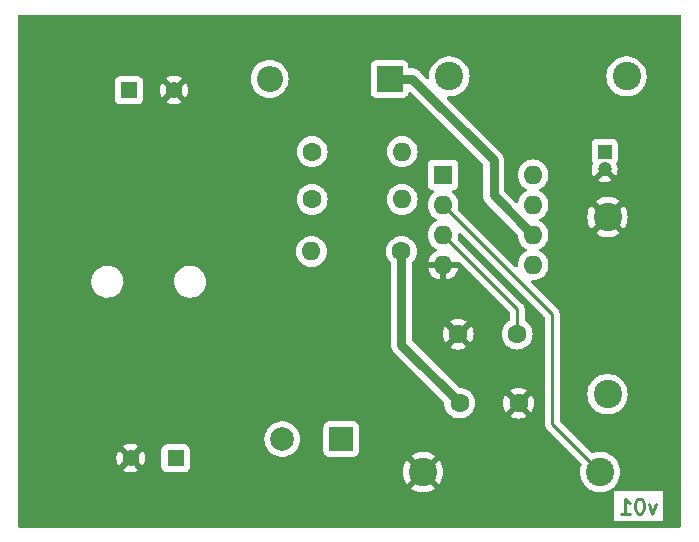
<source format=gbr>
%TF.GenerationSoftware,KiCad,Pcbnew,7.0.6*%
%TF.CreationDate,2023-11-28T22:22:28+05:30*%
%TF.ProjectId,LM386_Board,4c4d3338-365f-4426-9f61-72642e6b6963,v01*%
%TF.SameCoordinates,Original*%
%TF.FileFunction,Copper,L2,Bot*%
%TF.FilePolarity,Positive*%
%FSLAX46Y46*%
G04 Gerber Fmt 4.6, Leading zero omitted, Abs format (unit mm)*
G04 Created by KiCad (PCBNEW 7.0.6) date 2023-11-28 22:22:28*
%MOMM*%
%LPD*%
G01*
G04 APERTURE LIST*
%ADD10C,0.254000*%
%TA.AperFunction,NonConductor*%
%ADD11C,0.254000*%
%TD*%
%TA.AperFunction,ComponentPad*%
%ADD12R,2.200000X2.200000*%
%TD*%
%TA.AperFunction,ComponentPad*%
%ADD13O,2.200000X2.200000*%
%TD*%
%TA.AperFunction,ComponentPad*%
%ADD14R,1.600000X1.600000*%
%TD*%
%TA.AperFunction,ComponentPad*%
%ADD15O,1.600000X1.600000*%
%TD*%
%TA.AperFunction,ComponentPad*%
%ADD16C,1.600000*%
%TD*%
%TA.AperFunction,ComponentPad*%
%ADD17R,1.400000X1.400000*%
%TD*%
%TA.AperFunction,ComponentPad*%
%ADD18C,1.400000*%
%TD*%
%TA.AperFunction,ComponentPad*%
%ADD19C,2.400000*%
%TD*%
%TA.AperFunction,ComponentPad*%
%ADD20R,1.200000X1.200000*%
%TD*%
%TA.AperFunction,ComponentPad*%
%ADD21C,1.200000*%
%TD*%
%TA.AperFunction,ComponentPad*%
%ADD22R,2.000000X2.000000*%
%TD*%
%TA.AperFunction,ComponentPad*%
%ADD23C,2.000000*%
%TD*%
%TA.AperFunction,Conductor*%
%ADD24C,0.762000*%
%TD*%
%TA.AperFunction,Conductor*%
%ADD25C,0.254000*%
%TD*%
G04 APERTURE END LIST*
D10*
D11*
X181515466Y-124460701D02*
X181213085Y-125307368D01*
X181213085Y-125307368D02*
X180910704Y-124460701D01*
X180184990Y-124037368D02*
X180064037Y-124037368D01*
X180064037Y-124037368D02*
X179943085Y-124097844D01*
X179943085Y-124097844D02*
X179882609Y-124158320D01*
X179882609Y-124158320D02*
X179822133Y-124279272D01*
X179822133Y-124279272D02*
X179761656Y-124521177D01*
X179761656Y-124521177D02*
X179761656Y-124823558D01*
X179761656Y-124823558D02*
X179822133Y-125065463D01*
X179822133Y-125065463D02*
X179882609Y-125186415D01*
X179882609Y-125186415D02*
X179943085Y-125246892D01*
X179943085Y-125246892D02*
X180064037Y-125307368D01*
X180064037Y-125307368D02*
X180184990Y-125307368D01*
X180184990Y-125307368D02*
X180305942Y-125246892D01*
X180305942Y-125246892D02*
X180366418Y-125186415D01*
X180366418Y-125186415D02*
X180426895Y-125065463D01*
X180426895Y-125065463D02*
X180487371Y-124823558D01*
X180487371Y-124823558D02*
X180487371Y-124521177D01*
X180487371Y-124521177D02*
X180426895Y-124279272D01*
X180426895Y-124279272D02*
X180366418Y-124158320D01*
X180366418Y-124158320D02*
X180305942Y-124097844D01*
X180305942Y-124097844D02*
X180184990Y-124037368D01*
X178552132Y-125307368D02*
X179277847Y-125307368D01*
X178914990Y-125307368D02*
X178914990Y-124037368D01*
X178914990Y-124037368D02*
X179035942Y-124218796D01*
X179035942Y-124218796D02*
X179156894Y-124339749D01*
X179156894Y-124339749D02*
X179277847Y-124400225D01*
D12*
%TO.P,D1,1,K*%
%TO.N,VCC*%
X158953200Y-88493600D03*
D13*
%TO.P,D1,2,A*%
%TO.N,Net-(D1-A)*%
X148793200Y-88493600D03*
%TD*%
D14*
%TO.P,U1,1,GAIN*%
%TO.N,unconnected-(U1-GAIN-Pad1)*%
X163484400Y-96631600D03*
D15*
%TO.P,U1,2,-*%
%TO.N,Net-(U1--)*%
X163484400Y-99171600D03*
%TO.P,U1,3,+*%
%TO.N,Net-(U1-+)*%
X163484400Y-101711600D03*
%TO.P,U1,4,GND*%
%TO.N,GND*%
X163484400Y-104251600D03*
%TO.P,U1,5*%
%TO.N,Net-(C3-Pad1)*%
X171104400Y-104251600D03*
%TO.P,U1,6,V+*%
%TO.N,VCC*%
X171104400Y-101711600D03*
%TO.P,U1,7,BYPASS*%
%TO.N,Net-(U1-BYPASS)*%
X171104400Y-99171600D03*
%TO.P,U1,8,GAIN*%
%TO.N,unconnected-(U1-GAIN-Pad8)*%
X171104400Y-96631600D03*
%TD*%
D16*
%TO.P,R1,1*%
%TO.N,Net-(J1-PadR)*%
X152400000Y-94654400D03*
D15*
%TO.P,R1,2*%
%TO.N,Net-(C6-Pad1)*%
X160020000Y-94654400D03*
%TD*%
D16*
%TO.P,R3,1*%
%TO.N,Net-(C4-Pad1)*%
X159961000Y-103102400D03*
D15*
%TO.P,R3,2*%
%TO.N,Net-(C3-Pad1)*%
X152341000Y-103102400D03*
%TD*%
D17*
%TO.P,J3,1,Pin_1*%
%TO.N,Net-(J3-Pin_1)*%
X140843000Y-120605000D03*
D18*
%TO.P,J3,2,Pin_2*%
%TO.N,GND*%
X137033000Y-120605000D03*
%TD*%
D19*
%TO.P,C5,1*%
%TO.N,Net-(U1--)*%
X176791000Y-121793000D03*
%TO.P,C5,2*%
%TO.N,GND*%
X161791000Y-121793000D03*
%TD*%
D16*
%TO.P,C4,1*%
%TO.N,Net-(C4-Pad1)*%
X164886000Y-115951000D03*
%TO.P,C4,2*%
%TO.N,GND*%
X169886000Y-115951000D03*
%TD*%
%TO.P,C7,1*%
%TO.N,GND*%
X164759000Y-110109000D03*
%TO.P,C7,2*%
%TO.N,Net-(U1-+)*%
X169759000Y-110109000D03*
%TD*%
D17*
%TO.P,J2,1,Pin_1*%
%TO.N,Net-(D1-A)*%
X136880600Y-89453000D03*
D18*
%TO.P,J2,2,Pin_2*%
%TO.N,GND*%
X140690600Y-89453000D03*
%TD*%
D20*
%TO.P,C2,1*%
%TO.N,Net-(U1-BYPASS)*%
X177165000Y-94654401D03*
D21*
%TO.P,C2,2*%
%TO.N,GND*%
X177165000Y-96154401D03*
%TD*%
D16*
%TO.P,R2,1*%
%TO.N,Net-(J1-PadT)*%
X152400000Y-98704400D03*
D15*
%TO.P,R2,2*%
%TO.N,Net-(C6-Pad1)*%
X160020000Y-98704400D03*
%TD*%
D22*
%TO.P,C3,1*%
%TO.N,Net-(C3-Pad1)*%
X154860000Y-118999000D03*
D23*
%TO.P,C3,2*%
%TO.N,Net-(J3-Pin_1)*%
X149860000Y-118999000D03*
%TD*%
D19*
%TO.P,C6,1*%
%TO.N,Net-(C6-Pad1)*%
X164019200Y-88290400D03*
%TO.P,C6,2*%
%TO.N,Net-(U1-+)*%
X179019200Y-88290400D03*
%TD*%
%TO.P,C1,1*%
%TO.N,GND*%
X177412000Y-100196000D03*
%TO.P,C1,2*%
%TO.N,VCC*%
X177412000Y-115196000D03*
%TD*%
D24*
%TO.N,VCC*%
X167767000Y-98374200D02*
X171104400Y-101711600D01*
X160883600Y-88493600D02*
X167767000Y-95377000D01*
X158953200Y-88493600D02*
X160883600Y-88493600D01*
X167767000Y-95377000D02*
X167767000Y-98374200D01*
%TO.N,Net-(C4-Pad1)*%
X159961000Y-103102400D02*
X159961000Y-111026000D01*
X159961000Y-111026000D02*
X164886000Y-115951000D01*
D25*
%TO.N,Net-(U1--)*%
X163484400Y-99171600D02*
X172720000Y-108407200D01*
X172720000Y-117722000D02*
X176791000Y-121793000D01*
X172720000Y-108407200D02*
X172720000Y-117722000D01*
%TO.N,Net-(U1-+)*%
X163484400Y-101711600D02*
X169759000Y-107986200D01*
X169759000Y-107986200D02*
X169759000Y-110109000D01*
%TD*%
%TA.AperFunction,Conductor*%
%TO.N,GND*%
G36*
X183584539Y-83078185D02*
G01*
X183630294Y-83130989D01*
X183641500Y-83182500D01*
X183641500Y-126367500D01*
X183621815Y-126434539D01*
X183569011Y-126480294D01*
X183517500Y-126491500D01*
X127632500Y-126491500D01*
X127565461Y-126471815D01*
X127519706Y-126419011D01*
X127508500Y-126367500D01*
X127508500Y-121611880D01*
X136379672Y-121611880D01*
X136495821Y-121683797D01*
X136495822Y-121683798D01*
X136703195Y-121764134D01*
X136921807Y-121805000D01*
X137144193Y-121805000D01*
X137362809Y-121764133D01*
X137570168Y-121683801D01*
X137570181Y-121683795D01*
X137686326Y-121611879D01*
X137427317Y-121352870D01*
X139642500Y-121352870D01*
X139642501Y-121352876D01*
X139648908Y-121412483D01*
X139699202Y-121547328D01*
X139699206Y-121547335D01*
X139785452Y-121662544D01*
X139785455Y-121662547D01*
X139900664Y-121748793D01*
X139900671Y-121748797D01*
X140035517Y-121799091D01*
X140035516Y-121799091D01*
X140042444Y-121799835D01*
X140095127Y-121805500D01*
X141590872Y-121805499D01*
X141650483Y-121799091D01*
X141666803Y-121793004D01*
X160086233Y-121793004D01*
X160105273Y-122047079D01*
X160161968Y-122295477D01*
X160161973Y-122295494D01*
X160255058Y-122532671D01*
X160255057Y-122532671D01*
X160382457Y-122753332D01*
X160424452Y-122805993D01*
X160424453Y-122805993D01*
X161228226Y-122002219D01*
X161266901Y-122095588D01*
X161363075Y-122220925D01*
X161488412Y-122317099D01*
X161581779Y-122355772D01*
X160777813Y-123159737D01*
X160938623Y-123269375D01*
X160938624Y-123269376D01*
X161168176Y-123379921D01*
X161168174Y-123379921D01*
X161411652Y-123455024D01*
X161411658Y-123455026D01*
X161663595Y-123492999D01*
X161663604Y-123493000D01*
X161918396Y-123493000D01*
X161918404Y-123492999D01*
X162170341Y-123455026D01*
X162170347Y-123455024D01*
X162413824Y-123379921D01*
X162643381Y-123269373D01*
X162804185Y-123159737D01*
X162000220Y-122355772D01*
X162093588Y-122317099D01*
X162218925Y-122220925D01*
X162315099Y-122095589D01*
X162353772Y-122002220D01*
X163157545Y-122805993D01*
X163199545Y-122753327D01*
X163326941Y-122532671D01*
X163420026Y-122295494D01*
X163420031Y-122295477D01*
X163476726Y-122047079D01*
X163495767Y-121793004D01*
X163495767Y-121792995D01*
X163476726Y-121538920D01*
X163420031Y-121290522D01*
X163420026Y-121290505D01*
X163326941Y-121053328D01*
X163326942Y-121053328D01*
X163199544Y-120832671D01*
X163157546Y-120780006D01*
X162353772Y-121583779D01*
X162315099Y-121490412D01*
X162218925Y-121365075D01*
X162093588Y-121268901D01*
X162000220Y-121230227D01*
X162804185Y-120426261D01*
X162643377Y-120316624D01*
X162643376Y-120316623D01*
X162413823Y-120206078D01*
X162413825Y-120206078D01*
X162170347Y-120130975D01*
X162170341Y-120130973D01*
X161918404Y-120093000D01*
X161663595Y-120093000D01*
X161411658Y-120130973D01*
X161411652Y-120130975D01*
X161168175Y-120206078D01*
X160938624Y-120316623D01*
X160938616Y-120316628D01*
X160777813Y-120426261D01*
X161581779Y-121230227D01*
X161488412Y-121268901D01*
X161363075Y-121365075D01*
X161266901Y-121490411D01*
X161228226Y-121583779D01*
X160424453Y-120780006D01*
X160382455Y-120832670D01*
X160255058Y-121053328D01*
X160161973Y-121290505D01*
X160161968Y-121290522D01*
X160105273Y-121538920D01*
X160086233Y-121792995D01*
X160086233Y-121793004D01*
X141666803Y-121793004D01*
X141785331Y-121748796D01*
X141900546Y-121662546D01*
X141986796Y-121547331D01*
X142037091Y-121412483D01*
X142043500Y-121352873D01*
X142043499Y-119857128D01*
X142037091Y-119797517D01*
X142006540Y-119715606D01*
X141986797Y-119662671D01*
X141986793Y-119662664D01*
X141900547Y-119547455D01*
X141900544Y-119547452D01*
X141785335Y-119461206D01*
X141785328Y-119461202D01*
X141650482Y-119410908D01*
X141650483Y-119410908D01*
X141590883Y-119404501D01*
X141590881Y-119404500D01*
X141590873Y-119404500D01*
X141590864Y-119404500D01*
X140095129Y-119404500D01*
X140095123Y-119404501D01*
X140035516Y-119410908D01*
X139900671Y-119461202D01*
X139900664Y-119461206D01*
X139785455Y-119547452D01*
X139785452Y-119547455D01*
X139699206Y-119662664D01*
X139699202Y-119662671D01*
X139648908Y-119797517D01*
X139642501Y-119857116D01*
X139642501Y-119857123D01*
X139642500Y-119857135D01*
X139642500Y-121352870D01*
X137427317Y-121352870D01*
X137033001Y-120958553D01*
X137033000Y-120958553D01*
X136379672Y-121611879D01*
X136379672Y-121611880D01*
X127508500Y-121611880D01*
X127508500Y-120605000D01*
X135827859Y-120605000D01*
X135848378Y-120826439D01*
X135909240Y-121040350D01*
X136008369Y-121239428D01*
X136024137Y-121260308D01*
X136024138Y-121260308D01*
X136650145Y-120634302D01*
X136679372Y-120634302D01*
X136708047Y-120747538D01*
X136771936Y-120845327D01*
X136864115Y-120917072D01*
X136974595Y-120955000D01*
X137062005Y-120955000D01*
X137148216Y-120940614D01*
X137250947Y-120885019D01*
X137330060Y-120799079D01*
X137376982Y-120692108D01*
X137384200Y-120604999D01*
X137386553Y-120604999D01*
X138041861Y-121260308D01*
X138057631Y-121239425D01*
X138057633Y-121239422D01*
X138156759Y-121040350D01*
X138217621Y-120826439D01*
X138238141Y-120605000D01*
X138238141Y-120604999D01*
X138217621Y-120383560D01*
X138156759Y-120169649D01*
X138057635Y-119970580D01*
X138057630Y-119970572D01*
X138041860Y-119949690D01*
X137386553Y-120604999D01*
X137384200Y-120604999D01*
X137386628Y-120575698D01*
X137357953Y-120462462D01*
X137294064Y-120364673D01*
X137201885Y-120292928D01*
X137091405Y-120255000D01*
X137003995Y-120255000D01*
X136917784Y-120269386D01*
X136815053Y-120324981D01*
X136735940Y-120410921D01*
X136689018Y-120517892D01*
X136679372Y-120634302D01*
X136650145Y-120634302D01*
X136679447Y-120605000D01*
X136024138Y-119949691D01*
X136024137Y-119949691D01*
X136008368Y-119970574D01*
X135909240Y-120169649D01*
X135848378Y-120383560D01*
X135827859Y-120604999D01*
X135827859Y-120605000D01*
X127508500Y-120605000D01*
X127508500Y-119598119D01*
X136379671Y-119598119D01*
X137032998Y-120251447D01*
X137032999Y-120251447D01*
X137686327Y-119598119D01*
X137570178Y-119526202D01*
X137570177Y-119526201D01*
X137362804Y-119445865D01*
X137144193Y-119405000D01*
X136921807Y-119405000D01*
X136703195Y-119445865D01*
X136495824Y-119526200D01*
X136495823Y-119526201D01*
X136379671Y-119598119D01*
X127508500Y-119598119D01*
X127508500Y-118999005D01*
X148354357Y-118999005D01*
X148374890Y-119246812D01*
X148374892Y-119246824D01*
X148435936Y-119487881D01*
X148535826Y-119715606D01*
X148671833Y-119923782D01*
X148671836Y-119923785D01*
X148840256Y-120106738D01*
X149036491Y-120259474D01*
X149255190Y-120377828D01*
X149490386Y-120458571D01*
X149735665Y-120499500D01*
X149984335Y-120499500D01*
X150229614Y-120458571D01*
X150464810Y-120377828D01*
X150683509Y-120259474D01*
X150879744Y-120106738D01*
X150934856Y-120046870D01*
X153359500Y-120046870D01*
X153359501Y-120046876D01*
X153365908Y-120106483D01*
X153416202Y-120241328D01*
X153416206Y-120241335D01*
X153502452Y-120356544D01*
X153502455Y-120356547D01*
X153617664Y-120442793D01*
X153617671Y-120442797D01*
X153752517Y-120493091D01*
X153752516Y-120493091D01*
X153759444Y-120493835D01*
X153812127Y-120499500D01*
X155907872Y-120499499D01*
X155967483Y-120493091D01*
X156102331Y-120442796D01*
X156217546Y-120356546D01*
X156303796Y-120241331D01*
X156354091Y-120106483D01*
X156360500Y-120046873D01*
X156360499Y-117951128D01*
X156354091Y-117891517D01*
X156338475Y-117849649D01*
X156303797Y-117756671D01*
X156303793Y-117756664D01*
X156217547Y-117641455D01*
X156217544Y-117641452D01*
X156102335Y-117555206D01*
X156102328Y-117555202D01*
X155967482Y-117504908D01*
X155967483Y-117504908D01*
X155907883Y-117498501D01*
X155907881Y-117498500D01*
X155907873Y-117498500D01*
X155907864Y-117498500D01*
X153812129Y-117498500D01*
X153812123Y-117498501D01*
X153752516Y-117504908D01*
X153617671Y-117555202D01*
X153617664Y-117555206D01*
X153502455Y-117641452D01*
X153502452Y-117641455D01*
X153416206Y-117756664D01*
X153416202Y-117756671D01*
X153365908Y-117891517D01*
X153361955Y-117928293D01*
X153359501Y-117951123D01*
X153359500Y-117951135D01*
X153359500Y-120046870D01*
X150934856Y-120046870D01*
X151048164Y-119923785D01*
X151184173Y-119715607D01*
X151284063Y-119487881D01*
X151345108Y-119246821D01*
X151365643Y-118999000D01*
X151345108Y-118751179D01*
X151284063Y-118510119D01*
X151184173Y-118282393D01*
X151048166Y-118074217D01*
X150987195Y-118007985D01*
X150879744Y-117891262D01*
X150683509Y-117738526D01*
X150683507Y-117738525D01*
X150683506Y-117738524D01*
X150464811Y-117620172D01*
X150464802Y-117620169D01*
X150229616Y-117539429D01*
X149984335Y-117498500D01*
X149735665Y-117498500D01*
X149490383Y-117539429D01*
X149255197Y-117620169D01*
X149255188Y-117620172D01*
X149036493Y-117738524D01*
X148840257Y-117891261D01*
X148671833Y-118074217D01*
X148535826Y-118282393D01*
X148435936Y-118510118D01*
X148374892Y-118751175D01*
X148374890Y-118751187D01*
X148354357Y-118998994D01*
X148354357Y-118999005D01*
X127508500Y-118999005D01*
X127508500Y-105606135D01*
X133704216Y-105606135D01*
X133714030Y-105837172D01*
X133714030Y-105837178D01*
X133762751Y-106063240D01*
X133848972Y-106277809D01*
X133848974Y-106277813D01*
X133970221Y-106474730D01*
X134123002Y-106648324D01*
X134123005Y-106648327D01*
X134302917Y-106793595D01*
X134302923Y-106793600D01*
X134411542Y-106854278D01*
X134504809Y-106906380D01*
X134722850Y-106983419D01*
X134722856Y-106983420D01*
X134950765Y-107022499D01*
X134950773Y-107022499D01*
X134950775Y-107022500D01*
X134950776Y-107022500D01*
X135124119Y-107022500D01*
X135296813Y-107007802D01*
X135296816Y-107007801D01*
X135296818Y-107007801D01*
X135520607Y-106949530D01*
X135520608Y-106949529D01*
X135520610Y-106949529D01*
X135731319Y-106854283D01*
X135731322Y-106854280D01*
X135731329Y-106854278D01*
X135922923Y-106724783D01*
X136089876Y-106564772D01*
X136227385Y-106378847D01*
X136331495Y-106172357D01*
X136399211Y-105951243D01*
X136428584Y-105721865D01*
X136423668Y-105606135D01*
X140704216Y-105606135D01*
X140714030Y-105837172D01*
X140714030Y-105837178D01*
X140762751Y-106063240D01*
X140848972Y-106277809D01*
X140848974Y-106277813D01*
X140970221Y-106474730D01*
X141123002Y-106648324D01*
X141123005Y-106648327D01*
X141302917Y-106793595D01*
X141302923Y-106793600D01*
X141411542Y-106854278D01*
X141504809Y-106906380D01*
X141722850Y-106983419D01*
X141722856Y-106983420D01*
X141950765Y-107022499D01*
X141950773Y-107022499D01*
X141950775Y-107022500D01*
X141950776Y-107022500D01*
X142124119Y-107022500D01*
X142296813Y-107007802D01*
X142296816Y-107007801D01*
X142296818Y-107007801D01*
X142520607Y-106949530D01*
X142520608Y-106949529D01*
X142520610Y-106949529D01*
X142731319Y-106854283D01*
X142731322Y-106854280D01*
X142731329Y-106854278D01*
X142922923Y-106724783D01*
X143089876Y-106564772D01*
X143227385Y-106378847D01*
X143331495Y-106172357D01*
X143399211Y-105951243D01*
X143428584Y-105721865D01*
X143418769Y-105490822D01*
X143416078Y-105478338D01*
X143370048Y-105264759D01*
X143283827Y-105050190D01*
X143283826Y-105050187D01*
X143162579Y-104853270D01*
X143009798Y-104679676D01*
X143009796Y-104679674D01*
X143009794Y-104679672D01*
X142829882Y-104534404D01*
X142829876Y-104534399D01*
X142627994Y-104421621D01*
X142409953Y-104344582D01*
X142409943Y-104344579D01*
X142182034Y-104305500D01*
X142182025Y-104305500D01*
X142008687Y-104305500D01*
X142008681Y-104305500D01*
X141835986Y-104320197D01*
X141612193Y-104378469D01*
X141612189Y-104378470D01*
X141401480Y-104473716D01*
X141401468Y-104473723D01*
X141209886Y-104603209D01*
X141209877Y-104603217D01*
X141042928Y-104763223D01*
X140905413Y-104949155D01*
X140801305Y-105155641D01*
X140733588Y-105376759D01*
X140704216Y-105606135D01*
X136423668Y-105606135D01*
X136418769Y-105490822D01*
X136416078Y-105478338D01*
X136370048Y-105264759D01*
X136283827Y-105050190D01*
X136283826Y-105050187D01*
X136162579Y-104853270D01*
X136009798Y-104679676D01*
X136009796Y-104679674D01*
X136009794Y-104679672D01*
X135829882Y-104534404D01*
X135829876Y-104534399D01*
X135627994Y-104421621D01*
X135409953Y-104344582D01*
X135409943Y-104344579D01*
X135182034Y-104305500D01*
X135182025Y-104305500D01*
X135008687Y-104305500D01*
X135008681Y-104305500D01*
X134835986Y-104320197D01*
X134612193Y-104378469D01*
X134612189Y-104378470D01*
X134401480Y-104473716D01*
X134401468Y-104473723D01*
X134209886Y-104603209D01*
X134209877Y-104603217D01*
X134042928Y-104763223D01*
X133905413Y-104949155D01*
X133801305Y-105155641D01*
X133733588Y-105376759D01*
X133704216Y-105606135D01*
X127508500Y-105606135D01*
X127508500Y-103102401D01*
X151035532Y-103102401D01*
X151055364Y-103329086D01*
X151055366Y-103329097D01*
X151114258Y-103548888D01*
X151114261Y-103548897D01*
X151210431Y-103755132D01*
X151210432Y-103755134D01*
X151340954Y-103941541D01*
X151501858Y-104102445D01*
X151501861Y-104102447D01*
X151688266Y-104232968D01*
X151894504Y-104329139D01*
X152114308Y-104388035D01*
X152276230Y-104402201D01*
X152340998Y-104407868D01*
X152341000Y-104407868D01*
X152341002Y-104407868D01*
X152397673Y-104402909D01*
X152567692Y-104388035D01*
X152787496Y-104329139D01*
X152993734Y-104232968D01*
X153180139Y-104102447D01*
X153341047Y-103941539D01*
X153471568Y-103755134D01*
X153567739Y-103548896D01*
X153626635Y-103329092D01*
X153646468Y-103102401D01*
X158655532Y-103102401D01*
X158675364Y-103329086D01*
X158675366Y-103329097D01*
X158734258Y-103548888D01*
X158734261Y-103548897D01*
X158830431Y-103755132D01*
X158830432Y-103755134D01*
X158960951Y-103941537D01*
X158960952Y-103941538D01*
X158960953Y-103941539D01*
X159043182Y-104023768D01*
X159076666Y-104085089D01*
X159079500Y-104111448D01*
X159079500Y-110987646D01*
X159079295Y-110992681D01*
X159074626Y-111050008D01*
X159074627Y-111050016D01*
X159085959Y-111133197D01*
X159095033Y-111216613D01*
X159095033Y-111216616D01*
X159095120Y-111216872D01*
X159100471Y-111239705D01*
X159100509Y-111239987D01*
X159100510Y-111239991D01*
X159129463Y-111318799D01*
X159156255Y-111398316D01*
X159156401Y-111398559D01*
X159166532Y-111419700D01*
X159166627Y-111419960D01*
X159166634Y-111419973D01*
X159211829Y-111490682D01*
X159255104Y-111562605D01*
X159255108Y-111562610D01*
X159255294Y-111562806D01*
X159269748Y-111581294D01*
X159269893Y-111581521D01*
X159269900Y-111581530D01*
X159329232Y-111640861D01*
X159386960Y-111701805D01*
X159386963Y-111701807D01*
X159387187Y-111701959D01*
X159405286Y-111716915D01*
X163544379Y-115856008D01*
X163577864Y-115917331D01*
X163579660Y-115945587D01*
X163580532Y-115945587D01*
X163580532Y-115951001D01*
X163600364Y-116177686D01*
X163600366Y-116177697D01*
X163659258Y-116397488D01*
X163659261Y-116397497D01*
X163755431Y-116603732D01*
X163755432Y-116603734D01*
X163885954Y-116790141D01*
X164046858Y-116951045D01*
X164046861Y-116951047D01*
X164233266Y-117081568D01*
X164439504Y-117177739D01*
X164659308Y-117236635D01*
X164821230Y-117250801D01*
X164885998Y-117256468D01*
X164886000Y-117256468D01*
X164886002Y-117256468D01*
X164942673Y-117251509D01*
X165112692Y-117236635D01*
X165332496Y-117177739D01*
X165538734Y-117081568D01*
X165725139Y-116951047D01*
X165886047Y-116790139D01*
X166016568Y-116603734D01*
X166112739Y-116397496D01*
X166171635Y-116177692D01*
X166191468Y-115951002D01*
X168581034Y-115951002D01*
X168600858Y-116177599D01*
X168600860Y-116177610D01*
X168659730Y-116397317D01*
X168659734Y-116397326D01*
X168755865Y-116603481D01*
X168755866Y-116603483D01*
X168806973Y-116676471D01*
X168806974Y-116676472D01*
X169488046Y-115995399D01*
X169500835Y-116076148D01*
X169558359Y-116189045D01*
X169647955Y-116278641D01*
X169760852Y-116336165D01*
X169841599Y-116348953D01*
X169160526Y-117030025D01*
X169160526Y-117030026D01*
X169233512Y-117081131D01*
X169233516Y-117081133D01*
X169439673Y-117177265D01*
X169439682Y-117177269D01*
X169659389Y-117236139D01*
X169659400Y-117236141D01*
X169885998Y-117255966D01*
X169886002Y-117255966D01*
X170112599Y-117236141D01*
X170112610Y-117236139D01*
X170332317Y-117177269D01*
X170332331Y-117177264D01*
X170538478Y-117081136D01*
X170611472Y-117030025D01*
X169930401Y-116348953D01*
X170011148Y-116336165D01*
X170124045Y-116278641D01*
X170213641Y-116189045D01*
X170271165Y-116076148D01*
X170283953Y-115995400D01*
X170965025Y-116676472D01*
X171016136Y-116603478D01*
X171112264Y-116397331D01*
X171112269Y-116397317D01*
X171171139Y-116177610D01*
X171171141Y-116177599D01*
X171190966Y-115951002D01*
X171190966Y-115950997D01*
X171171141Y-115724400D01*
X171171139Y-115724389D01*
X171112269Y-115504682D01*
X171112265Y-115504673D01*
X171016133Y-115298516D01*
X171016131Y-115298512D01*
X170965026Y-115225526D01*
X170965025Y-115225526D01*
X170283953Y-115906598D01*
X170271165Y-115825852D01*
X170213641Y-115712955D01*
X170124045Y-115623359D01*
X170011148Y-115565835D01*
X169930400Y-115553046D01*
X170611472Y-114871974D01*
X170611471Y-114871973D01*
X170538483Y-114820866D01*
X170538481Y-114820865D01*
X170332326Y-114724734D01*
X170332317Y-114724730D01*
X170112610Y-114665860D01*
X170112599Y-114665858D01*
X169886002Y-114646034D01*
X169885998Y-114646034D01*
X169659400Y-114665858D01*
X169659389Y-114665860D01*
X169439682Y-114724730D01*
X169439673Y-114724734D01*
X169233513Y-114820868D01*
X169160527Y-114871972D01*
X169160526Y-114871973D01*
X169841600Y-115553046D01*
X169760852Y-115565835D01*
X169647955Y-115623359D01*
X169558359Y-115712955D01*
X169500835Y-115825852D01*
X169488046Y-115906599D01*
X168806973Y-115225526D01*
X168806972Y-115225527D01*
X168755868Y-115298513D01*
X168659734Y-115504673D01*
X168659730Y-115504682D01*
X168600860Y-115724389D01*
X168600858Y-115724400D01*
X168581034Y-115950997D01*
X168581034Y-115951002D01*
X166191468Y-115951002D01*
X166191468Y-115951000D01*
X166190994Y-115945587D01*
X166171635Y-115724313D01*
X166171635Y-115724308D01*
X166112739Y-115504504D01*
X166016568Y-115298266D01*
X165886047Y-115111861D01*
X165886045Y-115111858D01*
X165725141Y-114950954D01*
X165538734Y-114820432D01*
X165538732Y-114820431D01*
X165332497Y-114724261D01*
X165332488Y-114724258D01*
X165112697Y-114665366D01*
X165112693Y-114665365D01*
X165112692Y-114665365D01*
X165112691Y-114665364D01*
X165112686Y-114665364D01*
X164886002Y-114645532D01*
X164880587Y-114645532D01*
X164880586Y-114643435D01*
X164820993Y-114631458D01*
X164791008Y-114609379D01*
X160878819Y-110697189D01*
X160845334Y-110635866D01*
X160842500Y-110609508D01*
X160842500Y-110109002D01*
X163454034Y-110109002D01*
X163473858Y-110335599D01*
X163473860Y-110335610D01*
X163532730Y-110555317D01*
X163532734Y-110555326D01*
X163628865Y-110761481D01*
X163628866Y-110761483D01*
X163679973Y-110834471D01*
X163679974Y-110834472D01*
X164361046Y-110153399D01*
X164373835Y-110234148D01*
X164431359Y-110347045D01*
X164520955Y-110436641D01*
X164633852Y-110494165D01*
X164714599Y-110506953D01*
X164033526Y-111188025D01*
X164033526Y-111188026D01*
X164106512Y-111239131D01*
X164106516Y-111239133D01*
X164312673Y-111335265D01*
X164312682Y-111335269D01*
X164532389Y-111394139D01*
X164532400Y-111394141D01*
X164758998Y-111413966D01*
X164759002Y-111413966D01*
X164985599Y-111394141D01*
X164985610Y-111394139D01*
X165205317Y-111335269D01*
X165205331Y-111335264D01*
X165411478Y-111239136D01*
X165484472Y-111188025D01*
X164803401Y-110506953D01*
X164884148Y-110494165D01*
X164997045Y-110436641D01*
X165086641Y-110347045D01*
X165144165Y-110234148D01*
X165156953Y-110153400D01*
X165838025Y-110834472D01*
X165889136Y-110761478D01*
X165985264Y-110555331D01*
X165985269Y-110555317D01*
X166044139Y-110335610D01*
X166044141Y-110335599D01*
X166063966Y-110109002D01*
X166063966Y-110108997D01*
X166044141Y-109882400D01*
X166044139Y-109882389D01*
X165985269Y-109662682D01*
X165985265Y-109662673D01*
X165889133Y-109456516D01*
X165889131Y-109456512D01*
X165838026Y-109383526D01*
X165838025Y-109383526D01*
X165156953Y-110064598D01*
X165144165Y-109983852D01*
X165086641Y-109870955D01*
X164997045Y-109781359D01*
X164884148Y-109723835D01*
X164803400Y-109711046D01*
X165484472Y-109029974D01*
X165484471Y-109029973D01*
X165411483Y-108978866D01*
X165411481Y-108978865D01*
X165205326Y-108882734D01*
X165205317Y-108882730D01*
X164985610Y-108823860D01*
X164985599Y-108823858D01*
X164759002Y-108804034D01*
X164758998Y-108804034D01*
X164532400Y-108823858D01*
X164532389Y-108823860D01*
X164312682Y-108882730D01*
X164312673Y-108882734D01*
X164106513Y-108978868D01*
X164033527Y-109029972D01*
X164033526Y-109029973D01*
X164714600Y-109711046D01*
X164633852Y-109723835D01*
X164520955Y-109781359D01*
X164431359Y-109870955D01*
X164373835Y-109983852D01*
X164361046Y-110064599D01*
X163679973Y-109383526D01*
X163679972Y-109383527D01*
X163628868Y-109456513D01*
X163532734Y-109662673D01*
X163532730Y-109662682D01*
X163473860Y-109882389D01*
X163473858Y-109882400D01*
X163454034Y-110108997D01*
X163454034Y-110109002D01*
X160842500Y-110109002D01*
X160842500Y-104111448D01*
X160862185Y-104044409D01*
X160878814Y-104023771D01*
X160961047Y-103941539D01*
X161091568Y-103755134D01*
X161187739Y-103548896D01*
X161246635Y-103329092D01*
X161266468Y-103102400D01*
X161246635Y-102875708D01*
X161187739Y-102655904D01*
X161091568Y-102449666D01*
X160961047Y-102263261D01*
X160961045Y-102263258D01*
X160800141Y-102102354D01*
X160613734Y-101971832D01*
X160613732Y-101971831D01*
X160407497Y-101875661D01*
X160407488Y-101875658D01*
X160187697Y-101816766D01*
X160187693Y-101816765D01*
X160187692Y-101816765D01*
X160187691Y-101816764D01*
X160187686Y-101816764D01*
X159961002Y-101796932D01*
X159960998Y-101796932D01*
X159734313Y-101816764D01*
X159734302Y-101816766D01*
X159514511Y-101875658D01*
X159514502Y-101875661D01*
X159308267Y-101971831D01*
X159308265Y-101971832D01*
X159121858Y-102102354D01*
X158960954Y-102263258D01*
X158830432Y-102449665D01*
X158830431Y-102449667D01*
X158734261Y-102655902D01*
X158734258Y-102655911D01*
X158675366Y-102875702D01*
X158675364Y-102875713D01*
X158655532Y-103102398D01*
X158655532Y-103102401D01*
X153646468Y-103102401D01*
X153646468Y-103102400D01*
X153626635Y-102875708D01*
X153567739Y-102655904D01*
X153471568Y-102449666D01*
X153341047Y-102263261D01*
X153341045Y-102263258D01*
X153180141Y-102102354D01*
X152993734Y-101971832D01*
X152993732Y-101971831D01*
X152787497Y-101875661D01*
X152787488Y-101875658D01*
X152567697Y-101816766D01*
X152567693Y-101816765D01*
X152567692Y-101816765D01*
X152567691Y-101816764D01*
X152567686Y-101816764D01*
X152341002Y-101796932D01*
X152340998Y-101796932D01*
X152114313Y-101816764D01*
X152114302Y-101816766D01*
X151894511Y-101875658D01*
X151894502Y-101875661D01*
X151688267Y-101971831D01*
X151688265Y-101971832D01*
X151501858Y-102102354D01*
X151340954Y-102263258D01*
X151210432Y-102449665D01*
X151210431Y-102449667D01*
X151114261Y-102655902D01*
X151114258Y-102655911D01*
X151055366Y-102875702D01*
X151055364Y-102875713D01*
X151035532Y-103102398D01*
X151035532Y-103102401D01*
X127508500Y-103102401D01*
X127508500Y-98704401D01*
X151094532Y-98704401D01*
X151114364Y-98931086D01*
X151114366Y-98931097D01*
X151173258Y-99150888D01*
X151173261Y-99150897D01*
X151269431Y-99357132D01*
X151269432Y-99357134D01*
X151399954Y-99543541D01*
X151560858Y-99704445D01*
X151560861Y-99704447D01*
X151747266Y-99834968D01*
X151953504Y-99931139D01*
X152173308Y-99990035D01*
X152335230Y-100004201D01*
X152399998Y-100009868D01*
X152400000Y-100009868D01*
X152400002Y-100009868D01*
X152456673Y-100004909D01*
X152626692Y-99990035D01*
X152846496Y-99931139D01*
X153052734Y-99834968D01*
X153239139Y-99704447D01*
X153400047Y-99543539D01*
X153530568Y-99357134D01*
X153626739Y-99150896D01*
X153685635Y-98931092D01*
X153705468Y-98704401D01*
X158714532Y-98704401D01*
X158734364Y-98931086D01*
X158734366Y-98931097D01*
X158793258Y-99150888D01*
X158793261Y-99150897D01*
X158889431Y-99357132D01*
X158889432Y-99357134D01*
X159019954Y-99543541D01*
X159180858Y-99704445D01*
X159180861Y-99704447D01*
X159367266Y-99834968D01*
X159573504Y-99931139D01*
X159793308Y-99990035D01*
X159955230Y-100004201D01*
X160019998Y-100009868D01*
X160020000Y-100009868D01*
X160020002Y-100009868D01*
X160076673Y-100004909D01*
X160246692Y-99990035D01*
X160466496Y-99931139D01*
X160672734Y-99834968D01*
X160859139Y-99704447D01*
X161020047Y-99543539D01*
X161150568Y-99357134D01*
X161246739Y-99150896D01*
X161305635Y-98931092D01*
X161325468Y-98704400D01*
X161305635Y-98477708D01*
X161246739Y-98257904D01*
X161150568Y-98051666D01*
X161027144Y-97875396D01*
X161020045Y-97865258D01*
X160859141Y-97704354D01*
X160672734Y-97573832D01*
X160672732Y-97573831D01*
X160466497Y-97477661D01*
X160466488Y-97477658D01*
X160246697Y-97418766D01*
X160246693Y-97418765D01*
X160246692Y-97418765D01*
X160246691Y-97418764D01*
X160246686Y-97418764D01*
X160020002Y-97398932D01*
X160019998Y-97398932D01*
X159793313Y-97418764D01*
X159793302Y-97418766D01*
X159573511Y-97477658D01*
X159573502Y-97477661D01*
X159367267Y-97573831D01*
X159367265Y-97573832D01*
X159180858Y-97704354D01*
X159019954Y-97865258D01*
X158889432Y-98051665D01*
X158889431Y-98051667D01*
X158793261Y-98257902D01*
X158793258Y-98257911D01*
X158734366Y-98477702D01*
X158734364Y-98477713D01*
X158714532Y-98704398D01*
X158714532Y-98704401D01*
X153705468Y-98704401D01*
X153705468Y-98704400D01*
X153685635Y-98477708D01*
X153626739Y-98257904D01*
X153530568Y-98051666D01*
X153407144Y-97875396D01*
X153400045Y-97865258D01*
X153239141Y-97704354D01*
X153052734Y-97573832D01*
X153052732Y-97573831D01*
X152846497Y-97477661D01*
X152846488Y-97477658D01*
X152626697Y-97418766D01*
X152626693Y-97418765D01*
X152626692Y-97418765D01*
X152626691Y-97418764D01*
X152626686Y-97418764D01*
X152400002Y-97398932D01*
X152399998Y-97398932D01*
X152173313Y-97418764D01*
X152173302Y-97418766D01*
X151953511Y-97477658D01*
X151953502Y-97477661D01*
X151747267Y-97573831D01*
X151747265Y-97573832D01*
X151560858Y-97704354D01*
X151399954Y-97865258D01*
X151269432Y-98051665D01*
X151269431Y-98051667D01*
X151173261Y-98257902D01*
X151173258Y-98257911D01*
X151114366Y-98477702D01*
X151114364Y-98477713D01*
X151094532Y-98704398D01*
X151094532Y-98704401D01*
X127508500Y-98704401D01*
X127508500Y-94654401D01*
X151094532Y-94654401D01*
X151114364Y-94881086D01*
X151114366Y-94881097D01*
X151173258Y-95100888D01*
X151173261Y-95100897D01*
X151269431Y-95307132D01*
X151269432Y-95307134D01*
X151399954Y-95493541D01*
X151560858Y-95654445D01*
X151560861Y-95654447D01*
X151747266Y-95784968D01*
X151953504Y-95881139D01*
X152173308Y-95940035D01*
X152335230Y-95954201D01*
X152399998Y-95959868D01*
X152400000Y-95959868D01*
X152400002Y-95959868D01*
X152456672Y-95954909D01*
X152626692Y-95940035D01*
X152846496Y-95881139D01*
X153052734Y-95784968D01*
X153239139Y-95654447D01*
X153400047Y-95493539D01*
X153530568Y-95307134D01*
X153626739Y-95100896D01*
X153685635Y-94881092D01*
X153705468Y-94654401D01*
X158714532Y-94654401D01*
X158734364Y-94881086D01*
X158734366Y-94881097D01*
X158793258Y-95100888D01*
X158793261Y-95100897D01*
X158889431Y-95307132D01*
X158889432Y-95307134D01*
X159019954Y-95493541D01*
X159180858Y-95654445D01*
X159180861Y-95654447D01*
X159367266Y-95784968D01*
X159573504Y-95881139D01*
X159793308Y-95940035D01*
X159955230Y-95954201D01*
X160019998Y-95959868D01*
X160020000Y-95959868D01*
X160020002Y-95959868D01*
X160076673Y-95954909D01*
X160246692Y-95940035D01*
X160466496Y-95881139D01*
X160672734Y-95784968D01*
X160859139Y-95654447D01*
X161020047Y-95493539D01*
X161150568Y-95307134D01*
X161246739Y-95100896D01*
X161305635Y-94881092D01*
X161325468Y-94654400D01*
X161305635Y-94427708D01*
X161246739Y-94207904D01*
X161150568Y-94001666D01*
X161020047Y-93815261D01*
X161020045Y-93815258D01*
X160859141Y-93654354D01*
X160672734Y-93523832D01*
X160672732Y-93523831D01*
X160466497Y-93427661D01*
X160466488Y-93427658D01*
X160246697Y-93368766D01*
X160246693Y-93368765D01*
X160246692Y-93368765D01*
X160246691Y-93368764D01*
X160246686Y-93368764D01*
X160020002Y-93348932D01*
X160019998Y-93348932D01*
X159793313Y-93368764D01*
X159793302Y-93368766D01*
X159573511Y-93427658D01*
X159573502Y-93427661D01*
X159367267Y-93523831D01*
X159367265Y-93523832D01*
X159180858Y-93654354D01*
X159019954Y-93815258D01*
X158889432Y-94001665D01*
X158889431Y-94001667D01*
X158793261Y-94207902D01*
X158793258Y-94207911D01*
X158734366Y-94427702D01*
X158734364Y-94427713D01*
X158714532Y-94654398D01*
X158714532Y-94654401D01*
X153705468Y-94654401D01*
X153705468Y-94654400D01*
X153685635Y-94427708D01*
X153626739Y-94207904D01*
X153530568Y-94001666D01*
X153400047Y-93815261D01*
X153400045Y-93815258D01*
X153239141Y-93654354D01*
X153052734Y-93523832D01*
X153052732Y-93523831D01*
X152846497Y-93427661D01*
X152846488Y-93427658D01*
X152626697Y-93368766D01*
X152626693Y-93368765D01*
X152626692Y-93368765D01*
X152626691Y-93368764D01*
X152626686Y-93368764D01*
X152400002Y-93348932D01*
X152399998Y-93348932D01*
X152173313Y-93368764D01*
X152173302Y-93368766D01*
X151953511Y-93427658D01*
X151953502Y-93427661D01*
X151747267Y-93523831D01*
X151747265Y-93523832D01*
X151560858Y-93654354D01*
X151399954Y-93815258D01*
X151269432Y-94001665D01*
X151269431Y-94001667D01*
X151173261Y-94207902D01*
X151173258Y-94207911D01*
X151114366Y-94427702D01*
X151114364Y-94427713D01*
X151094532Y-94654398D01*
X151094532Y-94654401D01*
X127508500Y-94654401D01*
X127508500Y-90200870D01*
X135680100Y-90200870D01*
X135680101Y-90200876D01*
X135686508Y-90260483D01*
X135736802Y-90395328D01*
X135736806Y-90395335D01*
X135823052Y-90510544D01*
X135823055Y-90510547D01*
X135938264Y-90596793D01*
X135938271Y-90596797D01*
X136073117Y-90647091D01*
X136073116Y-90647091D01*
X136080044Y-90647835D01*
X136132727Y-90653500D01*
X137628472Y-90653499D01*
X137688083Y-90647091D01*
X137822931Y-90596796D01*
X137938146Y-90510546D01*
X137976075Y-90459880D01*
X140037272Y-90459880D01*
X140153421Y-90531797D01*
X140153422Y-90531798D01*
X140360795Y-90612134D01*
X140579407Y-90653000D01*
X140801793Y-90653000D01*
X141020409Y-90612133D01*
X141227768Y-90531801D01*
X141227781Y-90531795D01*
X141343926Y-90459879D01*
X140690601Y-89806553D01*
X140690600Y-89806553D01*
X140037272Y-90459879D01*
X140037272Y-90459880D01*
X137976075Y-90459880D01*
X138024396Y-90395331D01*
X138074691Y-90260483D01*
X138081100Y-90200873D01*
X138081099Y-89453000D01*
X139485459Y-89453000D01*
X139505978Y-89674439D01*
X139566840Y-89888350D01*
X139665969Y-90087428D01*
X139681737Y-90108308D01*
X139681738Y-90108308D01*
X140307745Y-89482302D01*
X140336972Y-89482302D01*
X140365647Y-89595538D01*
X140429536Y-89693327D01*
X140521715Y-89765072D01*
X140632195Y-89803000D01*
X140719605Y-89803000D01*
X140805816Y-89788614D01*
X140908547Y-89733019D01*
X140987660Y-89647079D01*
X141034582Y-89540108D01*
X141041800Y-89453000D01*
X141044153Y-89453000D01*
X141699461Y-90108308D01*
X141715231Y-90087425D01*
X141715233Y-90087422D01*
X141814359Y-89888350D01*
X141875221Y-89674439D01*
X141895741Y-89453000D01*
X141895741Y-89452999D01*
X141875221Y-89231560D01*
X141814359Y-89017649D01*
X141715235Y-88818580D01*
X141715230Y-88818572D01*
X141699460Y-88797690D01*
X141044153Y-89452999D01*
X141044153Y-89453000D01*
X141041800Y-89453000D01*
X141044228Y-89423698D01*
X141015553Y-89310462D01*
X140951664Y-89212673D01*
X140859485Y-89140928D01*
X140749005Y-89103000D01*
X140661595Y-89103000D01*
X140575384Y-89117386D01*
X140472653Y-89172981D01*
X140393540Y-89258921D01*
X140346618Y-89365892D01*
X140336972Y-89482302D01*
X140307745Y-89482302D01*
X140337047Y-89453000D01*
X139681738Y-88797691D01*
X139681737Y-88797691D01*
X139665968Y-88818574D01*
X139566840Y-89017649D01*
X139505978Y-89231560D01*
X139485459Y-89452999D01*
X139485459Y-89453000D01*
X138081099Y-89453000D01*
X138081099Y-88705128D01*
X138074691Y-88645517D01*
X138037035Y-88544557D01*
X138024397Y-88510671D01*
X138024393Y-88510664D01*
X137976074Y-88446119D01*
X140037271Y-88446119D01*
X140690600Y-89099447D01*
X140690601Y-89099447D01*
X141296446Y-88493600D01*
X147187751Y-88493600D01*
X147207517Y-88744751D01*
X147266326Y-88989710D01*
X147362733Y-89222459D01*
X147494360Y-89437253D01*
X147494361Y-89437256D01*
X147505482Y-89450277D01*
X147657976Y-89628824D01*
X147742583Y-89701085D01*
X147849543Y-89792438D01*
X147849546Y-89792439D01*
X148064340Y-89924066D01*
X148225693Y-89990900D01*
X148297089Y-90020473D01*
X148542052Y-90079283D01*
X148793200Y-90099049D01*
X149044348Y-90079283D01*
X149289311Y-90020473D01*
X149522059Y-89924066D01*
X149736859Y-89792436D01*
X149913617Y-89641470D01*
X157352700Y-89641470D01*
X157352701Y-89641476D01*
X157359108Y-89701083D01*
X157409402Y-89835928D01*
X157409406Y-89835935D01*
X157495652Y-89951144D01*
X157495655Y-89951147D01*
X157610864Y-90037393D01*
X157610871Y-90037397D01*
X157745717Y-90087691D01*
X157745716Y-90087691D01*
X157752644Y-90088435D01*
X157805327Y-90094100D01*
X160101072Y-90094099D01*
X160160683Y-90087691D01*
X160295531Y-90037396D01*
X160410746Y-89951146D01*
X160496996Y-89835931D01*
X160547291Y-89701083D01*
X160548433Y-89690458D01*
X160575168Y-89625910D01*
X160632559Y-89586060D01*
X160702385Y-89583564D01*
X160759403Y-89616032D01*
X166849181Y-95705810D01*
X166882666Y-95767133D01*
X166885500Y-95793491D01*
X166885500Y-98335846D01*
X166885295Y-98340881D01*
X166880626Y-98398208D01*
X166880627Y-98398216D01*
X166891959Y-98481397D01*
X166901033Y-98564813D01*
X166901033Y-98564816D01*
X166901120Y-98565072D01*
X166906471Y-98587905D01*
X166906509Y-98588187D01*
X166906510Y-98588191D01*
X166935463Y-98666999D01*
X166962255Y-98746516D01*
X166962401Y-98746759D01*
X166972532Y-98767900D01*
X166972627Y-98768160D01*
X166972634Y-98768173D01*
X167017829Y-98838882D01*
X167061104Y-98910805D01*
X167061108Y-98910810D01*
X167061294Y-98911006D01*
X167075748Y-98929494D01*
X167075893Y-98929721D01*
X167075900Y-98929730D01*
X167135232Y-98989061D01*
X167192960Y-99050005D01*
X167192963Y-99050007D01*
X167193187Y-99050159D01*
X167211286Y-99065115D01*
X169762779Y-101616608D01*
X169796264Y-101677931D01*
X169798060Y-101706187D01*
X169798932Y-101706187D01*
X169798932Y-101711601D01*
X169818764Y-101938286D01*
X169818766Y-101938297D01*
X169877658Y-102158088D01*
X169877661Y-102158097D01*
X169973831Y-102364332D01*
X169973832Y-102364334D01*
X170104354Y-102550741D01*
X170265258Y-102711645D01*
X170265261Y-102711647D01*
X170451666Y-102842168D01*
X170509675Y-102869218D01*
X170562114Y-102915391D01*
X170581266Y-102982584D01*
X170561050Y-103049465D01*
X170509675Y-103093982D01*
X170451667Y-103121031D01*
X170451665Y-103121032D01*
X170265258Y-103251554D01*
X170104354Y-103412458D01*
X169973832Y-103598865D01*
X169973831Y-103598867D01*
X169877661Y-103805102D01*
X169877658Y-103805111D01*
X169818766Y-104024902D01*
X169818764Y-104024913D01*
X169798932Y-104251598D01*
X169798932Y-104251602D01*
X169802519Y-104292603D01*
X169788752Y-104361103D01*
X169740137Y-104411286D01*
X169672108Y-104427219D01*
X169606265Y-104403843D01*
X169591310Y-104391091D01*
X164784410Y-99584191D01*
X164750925Y-99522868D01*
X164752317Y-99464415D01*
X164770033Y-99398299D01*
X164770032Y-99398299D01*
X164770035Y-99398292D01*
X164789868Y-99171600D01*
X164770035Y-98944908D01*
X164711139Y-98725104D01*
X164614968Y-98518866D01*
X164484447Y-98332461D01*
X164484445Y-98332458D01*
X164323543Y-98171556D01*
X164298936Y-98154326D01*
X164255312Y-98099749D01*
X164248119Y-98030250D01*
X164279641Y-97967896D01*
X164339871Y-97932482D01*
X164356804Y-97929461D01*
X164391883Y-97925691D01*
X164526731Y-97875396D01*
X164641946Y-97789146D01*
X164728196Y-97673931D01*
X164778491Y-97539083D01*
X164784900Y-97479473D01*
X164784899Y-95783728D01*
X164778491Y-95724117D01*
X164768823Y-95698197D01*
X164728197Y-95589271D01*
X164728193Y-95589264D01*
X164641947Y-95474055D01*
X164641944Y-95474052D01*
X164526735Y-95387806D01*
X164526728Y-95387802D01*
X164391882Y-95337508D01*
X164391883Y-95337508D01*
X164332283Y-95331101D01*
X164332281Y-95331100D01*
X164332273Y-95331100D01*
X164332264Y-95331100D01*
X162636529Y-95331100D01*
X162636523Y-95331101D01*
X162576916Y-95337508D01*
X162442071Y-95387802D01*
X162442064Y-95387806D01*
X162326855Y-95474052D01*
X162326852Y-95474055D01*
X162240606Y-95589264D01*
X162240602Y-95589271D01*
X162190308Y-95724117D01*
X162186952Y-95755337D01*
X162183901Y-95783723D01*
X162183900Y-95783735D01*
X162183900Y-97479470D01*
X162183901Y-97479476D01*
X162190308Y-97539083D01*
X162240602Y-97673928D01*
X162240606Y-97673935D01*
X162326852Y-97789144D01*
X162326855Y-97789147D01*
X162442064Y-97875393D01*
X162442071Y-97875397D01*
X162487018Y-97892161D01*
X162576917Y-97925691D01*
X162611996Y-97929462D01*
X162676544Y-97956199D01*
X162716393Y-98013591D01*
X162718888Y-98083416D01*
X162683236Y-98143505D01*
X162669864Y-98154325D01*
X162645258Y-98171554D01*
X162484354Y-98332458D01*
X162353832Y-98518865D01*
X162353831Y-98518867D01*
X162257661Y-98725102D01*
X162257658Y-98725111D01*
X162198766Y-98944902D01*
X162198764Y-98944913D01*
X162178932Y-99171598D01*
X162178932Y-99171601D01*
X162198764Y-99398286D01*
X162198766Y-99398297D01*
X162257658Y-99618088D01*
X162257661Y-99618097D01*
X162353831Y-99824332D01*
X162353832Y-99824334D01*
X162484354Y-100010741D01*
X162645258Y-100171645D01*
X162645261Y-100171647D01*
X162831666Y-100302168D01*
X162889675Y-100329218D01*
X162942114Y-100375391D01*
X162961266Y-100442584D01*
X162941050Y-100509465D01*
X162889675Y-100553982D01*
X162831667Y-100581031D01*
X162831665Y-100581032D01*
X162645258Y-100711554D01*
X162484354Y-100872458D01*
X162353832Y-101058865D01*
X162353831Y-101058867D01*
X162257661Y-101265102D01*
X162257658Y-101265111D01*
X162198766Y-101484902D01*
X162198764Y-101484913D01*
X162178932Y-101711598D01*
X162178932Y-101711601D01*
X162198764Y-101938286D01*
X162198766Y-101938297D01*
X162257658Y-102158088D01*
X162257661Y-102158097D01*
X162353831Y-102364332D01*
X162353832Y-102364334D01*
X162484354Y-102550741D01*
X162645258Y-102711645D01*
X162645261Y-102711647D01*
X162831666Y-102842168D01*
X162890265Y-102869493D01*
X162942705Y-102915665D01*
X162961857Y-102982858D01*
X162941642Y-103049739D01*
X162890267Y-103094257D01*
X162831915Y-103121467D01*
X162645579Y-103251942D01*
X162484742Y-103412779D01*
X162354265Y-103599117D01*
X162258134Y-103805273D01*
X162258130Y-103805282D01*
X162205527Y-104001599D01*
X162205528Y-104001600D01*
X163168714Y-104001600D01*
X163156759Y-104013555D01*
X163099235Y-104126452D01*
X163079414Y-104251600D01*
X163099235Y-104376748D01*
X163156759Y-104489645D01*
X163168714Y-104501600D01*
X162205528Y-104501600D01*
X162258130Y-104697917D01*
X162258134Y-104697926D01*
X162354265Y-104904082D01*
X162484742Y-105090420D01*
X162645579Y-105251257D01*
X162831917Y-105381734D01*
X163038073Y-105477865D01*
X163038082Y-105477869D01*
X163234399Y-105530472D01*
X163234400Y-105530471D01*
X163234400Y-104567286D01*
X163246355Y-104579241D01*
X163359252Y-104636765D01*
X163452919Y-104651600D01*
X163515881Y-104651600D01*
X163609548Y-104636765D01*
X163722445Y-104579241D01*
X163734400Y-104567286D01*
X163734400Y-105530472D01*
X163930717Y-105477869D01*
X163930726Y-105477865D01*
X164136882Y-105381734D01*
X164323220Y-105251257D01*
X164484057Y-105090420D01*
X164614534Y-104904082D01*
X164710665Y-104697926D01*
X164710669Y-104697917D01*
X164763272Y-104501600D01*
X163800086Y-104501600D01*
X163812041Y-104489645D01*
X163869565Y-104376748D01*
X163889386Y-104251600D01*
X163869565Y-104126452D01*
X163812041Y-104013555D01*
X163800086Y-104001600D01*
X164803723Y-104001600D01*
X164857072Y-103998418D01*
X164916964Y-104031583D01*
X169095181Y-108209800D01*
X169128666Y-108271123D01*
X169131500Y-108297481D01*
X169131500Y-108896212D01*
X169111815Y-108963251D01*
X169078623Y-108997787D01*
X168919858Y-109108954D01*
X168758954Y-109269858D01*
X168628432Y-109456265D01*
X168628431Y-109456267D01*
X168532261Y-109662502D01*
X168532258Y-109662511D01*
X168473366Y-109882302D01*
X168473364Y-109882313D01*
X168453532Y-110108998D01*
X168453532Y-110109001D01*
X168473364Y-110335686D01*
X168473366Y-110335697D01*
X168532258Y-110555488D01*
X168532261Y-110555497D01*
X168628431Y-110761732D01*
X168628432Y-110761734D01*
X168758954Y-110948141D01*
X168919858Y-111109045D01*
X168966693Y-111141839D01*
X169106266Y-111239568D01*
X169312504Y-111335739D01*
X169532308Y-111394635D01*
X169692489Y-111408649D01*
X169758998Y-111414468D01*
X169759000Y-111414468D01*
X169759002Y-111414468D01*
X169825511Y-111408649D01*
X169985692Y-111394635D01*
X170205496Y-111335739D01*
X170411734Y-111239568D01*
X170598139Y-111109047D01*
X170759047Y-110948139D01*
X170889568Y-110761734D01*
X170985739Y-110555496D01*
X171044635Y-110335692D01*
X171064468Y-110109000D01*
X171044635Y-109882308D01*
X170985739Y-109662504D01*
X170889568Y-109456266D01*
X170759047Y-109269861D01*
X170759045Y-109269858D01*
X170598141Y-109108954D01*
X170439377Y-108997787D01*
X170395752Y-108943210D01*
X170386500Y-108896212D01*
X170386500Y-108069164D01*
X170388228Y-108053514D01*
X170387946Y-108053488D01*
X170388680Y-108045725D01*
X170386500Y-107976354D01*
X170386500Y-107946728D01*
X170386500Y-107946724D01*
X170385627Y-107939814D01*
X170385168Y-107933985D01*
X170383700Y-107887257D01*
X170378082Y-107867920D01*
X170374138Y-107848874D01*
X170371616Y-107828907D01*
X170354402Y-107785431D01*
X170352513Y-107779910D01*
X170339468Y-107735008D01*
X170329225Y-107717689D01*
X170320662Y-107700211D01*
X170313253Y-107681497D01*
X170313253Y-107681496D01*
X170285771Y-107643672D01*
X170282567Y-107638796D01*
X170258763Y-107598544D01*
X170258761Y-107598542D01*
X170258759Y-107598539D01*
X170244531Y-107584312D01*
X170231896Y-107569520D01*
X170220063Y-107553233D01*
X170220060Y-107553231D01*
X170220060Y-107553230D01*
X170220059Y-107553229D01*
X170184035Y-107523428D01*
X170179713Y-107519494D01*
X164784410Y-102124191D01*
X164750925Y-102062868D01*
X164752317Y-102004415D01*
X164770033Y-101938299D01*
X164770032Y-101938299D01*
X164770035Y-101938292D01*
X164789868Y-101711600D01*
X164786280Y-101670595D01*
X164800046Y-101602098D01*
X164848660Y-101551914D01*
X164916688Y-101535980D01*
X164982532Y-101559354D01*
X164997489Y-101572108D01*
X172056181Y-108630800D01*
X172089666Y-108692123D01*
X172092500Y-108718481D01*
X172092500Y-117639032D01*
X172090772Y-117654681D01*
X172091054Y-117654708D01*
X172090319Y-117662475D01*
X172092500Y-117731859D01*
X172092500Y-117761477D01*
X172093371Y-117768380D01*
X172093829Y-117774199D01*
X172095298Y-117820942D01*
X172100916Y-117840275D01*
X172104862Y-117859329D01*
X172107383Y-117879287D01*
X172107386Y-117879299D01*
X172124595Y-117922765D01*
X172126487Y-117928293D01*
X172139530Y-117973187D01*
X172139530Y-117973188D01*
X172149777Y-117990515D01*
X172158335Y-118007985D01*
X172165745Y-118026701D01*
X172193229Y-118064529D01*
X172196437Y-118069413D01*
X172220234Y-118109652D01*
X172220240Y-118109660D01*
X172234469Y-118123888D01*
X172247109Y-118138687D01*
X172258934Y-118154964D01*
X172258936Y-118154965D01*
X172258937Y-118154967D01*
X172294957Y-118184765D01*
X172299268Y-118188687D01*
X173773245Y-119662664D01*
X175171574Y-121060993D01*
X175205059Y-121122316D01*
X175200075Y-121192008D01*
X175199321Y-121193976D01*
X175173288Y-121260308D01*
X175161493Y-121290362D01*
X175161489Y-121290374D01*
X175104777Y-121538845D01*
X175085732Y-121792995D01*
X175085732Y-121793004D01*
X175104777Y-122047154D01*
X175127464Y-122146553D01*
X175161492Y-122295637D01*
X175254607Y-122532888D01*
X175382041Y-122753612D01*
X175540950Y-122952877D01*
X175727783Y-123126232D01*
X175938366Y-123269805D01*
X175938371Y-123269807D01*
X175938372Y-123269808D01*
X175938373Y-123269809D01*
X176060328Y-123328538D01*
X176167992Y-123380387D01*
X176167993Y-123380387D01*
X176167996Y-123380389D01*
X176411542Y-123455513D01*
X176663565Y-123493500D01*
X176918435Y-123493500D01*
X177170458Y-123455513D01*
X177333339Y-123405271D01*
X177920617Y-123405271D01*
X177920617Y-125939749D01*
X182144897Y-125939749D01*
X182144897Y-123405271D01*
X177920617Y-123405271D01*
X177333339Y-123405271D01*
X177414004Y-123380389D01*
X177643634Y-123269805D01*
X177854217Y-123126232D01*
X178041050Y-122952877D01*
X178199959Y-122753612D01*
X178327393Y-122532888D01*
X178420508Y-122295637D01*
X178477222Y-122047157D01*
X178485384Y-121938232D01*
X178496268Y-121793004D01*
X178496268Y-121792995D01*
X178477222Y-121538845D01*
X178466167Y-121490412D01*
X178420508Y-121290363D01*
X178327393Y-121053112D01*
X178199959Y-120832388D01*
X178041050Y-120633123D01*
X177854217Y-120459768D01*
X177643634Y-120316195D01*
X177643630Y-120316193D01*
X177643627Y-120316191D01*
X177643626Y-120316190D01*
X177414006Y-120205612D01*
X177414008Y-120205612D01*
X177170466Y-120130489D01*
X177170462Y-120130488D01*
X177170458Y-120130487D01*
X177049231Y-120112214D01*
X176918440Y-120092500D01*
X176918435Y-120092500D01*
X176663565Y-120092500D01*
X176663559Y-120092500D01*
X176506609Y-120116157D01*
X176411542Y-120130487D01*
X176411538Y-120130488D01*
X176411539Y-120130488D01*
X176411533Y-120130489D01*
X176224575Y-120188158D01*
X176180571Y-120201732D01*
X176110709Y-120202682D01*
X176056341Y-120170922D01*
X173383819Y-117498400D01*
X173350334Y-117437077D01*
X173347500Y-117410719D01*
X173347500Y-115196004D01*
X175706732Y-115196004D01*
X175725777Y-115450154D01*
X175759395Y-115597446D01*
X175782492Y-115698637D01*
X175875607Y-115935888D01*
X176003041Y-116156612D01*
X176161950Y-116355877D01*
X176348783Y-116529232D01*
X176559366Y-116672805D01*
X176559371Y-116672807D01*
X176559372Y-116672808D01*
X176559373Y-116672809D01*
X176681328Y-116731538D01*
X176788992Y-116783387D01*
X176788993Y-116783387D01*
X176788996Y-116783389D01*
X177032542Y-116858513D01*
X177284565Y-116896500D01*
X177539435Y-116896500D01*
X177791458Y-116858513D01*
X178035004Y-116783389D01*
X178216458Y-116696005D01*
X178264626Y-116672809D01*
X178264626Y-116672808D01*
X178264634Y-116672805D01*
X178475217Y-116529232D01*
X178662050Y-116355877D01*
X178820959Y-116156612D01*
X178948393Y-115935888D01*
X179041508Y-115698637D01*
X179098222Y-115450157D01*
X179109604Y-115298266D01*
X179117268Y-115196004D01*
X179117268Y-115195995D01*
X179098222Y-114941845D01*
X179082274Y-114871974D01*
X179041508Y-114693363D01*
X178948393Y-114456112D01*
X178820959Y-114235388D01*
X178662050Y-114036123D01*
X178475217Y-113862768D01*
X178264634Y-113719195D01*
X178264630Y-113719193D01*
X178264627Y-113719191D01*
X178264626Y-113719190D01*
X178035006Y-113608612D01*
X178035008Y-113608612D01*
X177791466Y-113533489D01*
X177791462Y-113533488D01*
X177791458Y-113533487D01*
X177670231Y-113515214D01*
X177539440Y-113495500D01*
X177539435Y-113495500D01*
X177284565Y-113495500D01*
X177284559Y-113495500D01*
X177127609Y-113519157D01*
X177032542Y-113533487D01*
X177032538Y-113533488D01*
X177032539Y-113533488D01*
X177032533Y-113533489D01*
X176788992Y-113608612D01*
X176559373Y-113719190D01*
X176559372Y-113719191D01*
X176348782Y-113862768D01*
X176161952Y-114036121D01*
X176161950Y-114036123D01*
X176003041Y-114235388D01*
X175875608Y-114456109D01*
X175782492Y-114693362D01*
X175782490Y-114693369D01*
X175725777Y-114941845D01*
X175706732Y-115195995D01*
X175706732Y-115196004D01*
X173347500Y-115196004D01*
X173347500Y-108490164D01*
X173349228Y-108474513D01*
X173348946Y-108474487D01*
X173349680Y-108466724D01*
X173347500Y-108397340D01*
X173347500Y-108367730D01*
X173347500Y-108367724D01*
X173346626Y-108360807D01*
X173346169Y-108354992D01*
X173344701Y-108308258D01*
X173339082Y-108288918D01*
X173335139Y-108269885D01*
X173332616Y-108249907D01*
X173315403Y-108206434D01*
X173313514Y-108200913D01*
X173300467Y-108156007D01*
X173290225Y-108138689D01*
X173281662Y-108121211D01*
X173274253Y-108102497D01*
X173274253Y-108102496D01*
X173246771Y-108064672D01*
X173243567Y-108059796D01*
X173219763Y-108019544D01*
X173219761Y-108019542D01*
X173219759Y-108019539D01*
X173205531Y-108005312D01*
X173192896Y-107990520D01*
X173181063Y-107974233D01*
X173181060Y-107974231D01*
X173181060Y-107974230D01*
X173181059Y-107974229D01*
X173145035Y-107944428D01*
X173140713Y-107940494D01*
X170964908Y-105764689D01*
X170931423Y-105703366D01*
X170936407Y-105633674D01*
X170978279Y-105577741D01*
X171043743Y-105553324D01*
X171063388Y-105553479D01*
X171104400Y-105557068D01*
X171104400Y-105557067D01*
X171104401Y-105557068D01*
X171104402Y-105557068D01*
X171161073Y-105552109D01*
X171331092Y-105537235D01*
X171550896Y-105478339D01*
X171757134Y-105382168D01*
X171943539Y-105251647D01*
X172104447Y-105090739D01*
X172234968Y-104904334D01*
X172331139Y-104698096D01*
X172390035Y-104478292D01*
X172409868Y-104251600D01*
X172390035Y-104024908D01*
X172331139Y-103805104D01*
X172234968Y-103598866D01*
X172104447Y-103412461D01*
X172104445Y-103412458D01*
X171943541Y-103251554D01*
X171757134Y-103121032D01*
X171757128Y-103121029D01*
X171717178Y-103102400D01*
X171699124Y-103093981D01*
X171646685Y-103047810D01*
X171627533Y-102980617D01*
X171647748Y-102913735D01*
X171699125Y-102869218D01*
X171757134Y-102842168D01*
X171943539Y-102711647D01*
X172104447Y-102550739D01*
X172234968Y-102364334D01*
X172331139Y-102158096D01*
X172390035Y-101938292D01*
X172409868Y-101711600D01*
X172409394Y-101706187D01*
X172390035Y-101484913D01*
X172390035Y-101484908D01*
X172331139Y-101265104D01*
X172234968Y-101058866D01*
X172104447Y-100872461D01*
X172104445Y-100872458D01*
X171943541Y-100711554D01*
X171757134Y-100581032D01*
X171757128Y-100581029D01*
X171699125Y-100553982D01*
X171646685Y-100507810D01*
X171627533Y-100440617D01*
X171647748Y-100373735D01*
X171699125Y-100329218D01*
X171757134Y-100302168D01*
X171908753Y-100196004D01*
X175707233Y-100196004D01*
X175726273Y-100450079D01*
X175782968Y-100698477D01*
X175782973Y-100698494D01*
X175876058Y-100935671D01*
X175876057Y-100935671D01*
X176003457Y-101156332D01*
X176045452Y-101208993D01*
X176849226Y-100405219D01*
X176887901Y-100498588D01*
X176984075Y-100623925D01*
X177109412Y-100720099D01*
X177202779Y-100758772D01*
X176398813Y-101562737D01*
X176559623Y-101672375D01*
X176559624Y-101672376D01*
X176789176Y-101782921D01*
X176789174Y-101782921D01*
X177032652Y-101858024D01*
X177032658Y-101858026D01*
X177284595Y-101895999D01*
X177284604Y-101896000D01*
X177539396Y-101896000D01*
X177539404Y-101895999D01*
X177791341Y-101858026D01*
X177791347Y-101858024D01*
X178034824Y-101782921D01*
X178264381Y-101672373D01*
X178425185Y-101562737D01*
X177621220Y-100758772D01*
X177714588Y-100720099D01*
X177839925Y-100623925D01*
X177936099Y-100498589D01*
X177974772Y-100405220D01*
X178778545Y-101208993D01*
X178820545Y-101156327D01*
X178947941Y-100935671D01*
X179041026Y-100698494D01*
X179041031Y-100698477D01*
X179097726Y-100450079D01*
X179116767Y-100196004D01*
X179116767Y-100195995D01*
X179097726Y-99941920D01*
X179041031Y-99693522D01*
X179041026Y-99693505D01*
X178947941Y-99456328D01*
X178947942Y-99456328D01*
X178820544Y-99235671D01*
X178778546Y-99183006D01*
X177974772Y-99986779D01*
X177936099Y-99893412D01*
X177839925Y-99768075D01*
X177714588Y-99671901D01*
X177621220Y-99633227D01*
X178425185Y-98829261D01*
X178264377Y-98719624D01*
X178264376Y-98719623D01*
X178034823Y-98609078D01*
X178034825Y-98609078D01*
X177791347Y-98533975D01*
X177791341Y-98533973D01*
X177539404Y-98496000D01*
X177284595Y-98496000D01*
X177032658Y-98533973D01*
X177032652Y-98533975D01*
X176789175Y-98609078D01*
X176559624Y-98719623D01*
X176559616Y-98719628D01*
X176398813Y-98829261D01*
X177202779Y-99633227D01*
X177109412Y-99671901D01*
X176984075Y-99768075D01*
X176887901Y-99893411D01*
X176849226Y-99986779D01*
X176045453Y-99183006D01*
X176003455Y-99235670D01*
X175876058Y-99456328D01*
X175782973Y-99693505D01*
X175782968Y-99693522D01*
X175726273Y-99941920D01*
X175707233Y-100195995D01*
X175707233Y-100196004D01*
X171908753Y-100196004D01*
X171943539Y-100171647D01*
X172104447Y-100010739D01*
X172234968Y-99824334D01*
X172331139Y-99618096D01*
X172390035Y-99398292D01*
X172409868Y-99171600D01*
X172390035Y-98944908D01*
X172331139Y-98725104D01*
X172234968Y-98518866D01*
X172104447Y-98332461D01*
X172104445Y-98332458D01*
X171943541Y-98171554D01*
X171757134Y-98041032D01*
X171757128Y-98041029D01*
X171699125Y-98013982D01*
X171646685Y-97967810D01*
X171627533Y-97900617D01*
X171647748Y-97833735D01*
X171699125Y-97789218D01*
X171757134Y-97762168D01*
X171943539Y-97631647D01*
X172104447Y-97470739D01*
X172234968Y-97284334D01*
X172326222Y-97088641D01*
X176584310Y-97088641D01*
X176584311Y-97088642D01*
X176672581Y-97143296D01*
X176672588Y-97143300D01*
X176862678Y-97216940D01*
X177063072Y-97254401D01*
X177266928Y-97254401D01*
X177467321Y-97216940D01*
X177657414Y-97143298D01*
X177745688Y-97088641D01*
X177165001Y-96507954D01*
X177165000Y-96507954D01*
X176584310Y-97088641D01*
X172326222Y-97088641D01*
X172331139Y-97078096D01*
X172390035Y-96858292D01*
X172409868Y-96631600D01*
X172390035Y-96404908D01*
X172331139Y-96185104D01*
X172316822Y-96154401D01*
X176060287Y-96154401D01*
X176079096Y-96357390D01*
X176079097Y-96357393D01*
X176134883Y-96553464D01*
X176134886Y-96553470D01*
X176225754Y-96735957D01*
X176225755Y-96735958D01*
X176227533Y-96738313D01*
X176869654Y-96096191D01*
X176861105Y-96126241D01*
X176871454Y-96237922D01*
X176921448Y-96338323D01*
X177004334Y-96413885D01*
X177108920Y-96454401D01*
X177192802Y-96454401D01*
X177275250Y-96438989D01*
X177370610Y-96379944D01*
X177438201Y-96290439D01*
X177468895Y-96182561D01*
X177460947Y-96096795D01*
X178102465Y-96738313D01*
X178104247Y-96735953D01*
X178104249Y-96735951D01*
X178195113Y-96553470D01*
X178195116Y-96553464D01*
X178250902Y-96357393D01*
X178250903Y-96357390D01*
X178269713Y-96154401D01*
X178269713Y-96154400D01*
X178250903Y-95951411D01*
X178250902Y-95951409D01*
X178195115Y-95755337D01*
X178195110Y-95755326D01*
X178157311Y-95679414D01*
X178145050Y-95610629D01*
X178169045Y-95549832D01*
X178208796Y-95496732D01*
X178259091Y-95361884D01*
X178265500Y-95302274D01*
X178265499Y-94006529D01*
X178259091Y-93946918D01*
X178208796Y-93812070D01*
X178208795Y-93812069D01*
X178208793Y-93812065D01*
X178122547Y-93696856D01*
X178122544Y-93696853D01*
X178007335Y-93610607D01*
X178007328Y-93610603D01*
X177872482Y-93560309D01*
X177872483Y-93560309D01*
X177812883Y-93553902D01*
X177812881Y-93553901D01*
X177812873Y-93553901D01*
X177812864Y-93553901D01*
X176517129Y-93553901D01*
X176517123Y-93553902D01*
X176457516Y-93560309D01*
X176322671Y-93610603D01*
X176322664Y-93610607D01*
X176207455Y-93696853D01*
X176207452Y-93696856D01*
X176121206Y-93812065D01*
X176121202Y-93812072D01*
X176070908Y-93946918D01*
X176064501Y-94006517D01*
X176064501Y-94006524D01*
X176064500Y-94006536D01*
X176064500Y-95302271D01*
X176064501Y-95302277D01*
X176070908Y-95361884D01*
X176121202Y-95496729D01*
X176121206Y-95496736D01*
X176160954Y-95549832D01*
X176185372Y-95615296D01*
X176172688Y-95679414D01*
X176134888Y-95755326D01*
X176134883Y-95755337D01*
X176079097Y-95951408D01*
X176079096Y-95951411D01*
X176060287Y-96154400D01*
X176060287Y-96154401D01*
X172316822Y-96154401D01*
X172234968Y-95978866D01*
X172104447Y-95792461D01*
X172104445Y-95792458D01*
X171943541Y-95631554D01*
X171757134Y-95501032D01*
X171757132Y-95501031D01*
X171550897Y-95404861D01*
X171550888Y-95404858D01*
X171331097Y-95345966D01*
X171331093Y-95345965D01*
X171331092Y-95345965D01*
X171331091Y-95345964D01*
X171331086Y-95345964D01*
X171104402Y-95326132D01*
X171104398Y-95326132D01*
X170877713Y-95345964D01*
X170877702Y-95345966D01*
X170657911Y-95404858D01*
X170657902Y-95404861D01*
X170451667Y-95501031D01*
X170451665Y-95501032D01*
X170265258Y-95631554D01*
X170104354Y-95792458D01*
X169973832Y-95978865D01*
X169973831Y-95978867D01*
X169877661Y-96185102D01*
X169877658Y-96185111D01*
X169818766Y-96404902D01*
X169818764Y-96404913D01*
X169798932Y-96631598D01*
X169798932Y-96631601D01*
X169818764Y-96858286D01*
X169818766Y-96858297D01*
X169877658Y-97078088D01*
X169877661Y-97078097D01*
X169973831Y-97284332D01*
X169973832Y-97284334D01*
X170104354Y-97470741D01*
X170265258Y-97631645D01*
X170265261Y-97631647D01*
X170451666Y-97762168D01*
X170509675Y-97789218D01*
X170562114Y-97835391D01*
X170581266Y-97902584D01*
X170561050Y-97969465D01*
X170509675Y-98013982D01*
X170451667Y-98041031D01*
X170451665Y-98041032D01*
X170265258Y-98171554D01*
X170104354Y-98332458D01*
X169973832Y-98518865D01*
X169973831Y-98518867D01*
X169877661Y-98725102D01*
X169877658Y-98725111D01*
X169824812Y-98922339D01*
X169788447Y-98982000D01*
X169725600Y-99012529D01*
X169656225Y-99004234D01*
X169617356Y-98977927D01*
X168684819Y-98045390D01*
X168651334Y-97984067D01*
X168648500Y-97957709D01*
X168648500Y-95415352D01*
X168648705Y-95410317D01*
X168653373Y-95352991D01*
X168653372Y-95352985D01*
X168642040Y-95269802D01*
X168632967Y-95186388D01*
X168632965Y-95186380D01*
X168632881Y-95186130D01*
X168627526Y-95163280D01*
X168627489Y-95163006D01*
X168598536Y-95084200D01*
X168571745Y-95004685D01*
X168571741Y-95004677D01*
X168571603Y-95004447D01*
X168561462Y-94983285D01*
X168561368Y-94983031D01*
X168561368Y-94983030D01*
X168516162Y-94912306D01*
X168472894Y-94840393D01*
X168472876Y-94840374D01*
X168472707Y-94840195D01*
X168458249Y-94821700D01*
X168458107Y-94821478D01*
X168458106Y-94821477D01*
X168458105Y-94821475D01*
X168398749Y-94762119D01*
X168341036Y-94701192D01*
X168340806Y-94701036D01*
X168322718Y-94686088D01*
X163839210Y-90202581D01*
X163805725Y-90141258D01*
X163810709Y-90071566D01*
X163852581Y-90015633D01*
X163918045Y-89991216D01*
X163926891Y-89990900D01*
X164146635Y-89990900D01*
X164398658Y-89952913D01*
X164642204Y-89877789D01*
X164871834Y-89767205D01*
X165082417Y-89623632D01*
X165269250Y-89450277D01*
X165428159Y-89251012D01*
X165555593Y-89030288D01*
X165648708Y-88793037D01*
X165705422Y-88544557D01*
X165716595Y-88395455D01*
X165724468Y-88290404D01*
X177313932Y-88290404D01*
X177332977Y-88544554D01*
X177377869Y-88741240D01*
X177389692Y-88793037D01*
X177482807Y-89030288D01*
X177610241Y-89251012D01*
X177769150Y-89450277D01*
X177955983Y-89623632D01*
X178166566Y-89767205D01*
X178166571Y-89767207D01*
X178166572Y-89767208D01*
X178166573Y-89767209D01*
X178240895Y-89803000D01*
X178396192Y-89877787D01*
X178396193Y-89877787D01*
X178396196Y-89877789D01*
X178639742Y-89952913D01*
X178891765Y-89990900D01*
X179146635Y-89990900D01*
X179398658Y-89952913D01*
X179642204Y-89877789D01*
X179871834Y-89767205D01*
X180082417Y-89623632D01*
X180269250Y-89450277D01*
X180428159Y-89251012D01*
X180555593Y-89030288D01*
X180648708Y-88793037D01*
X180705422Y-88544557D01*
X180716595Y-88395455D01*
X180724468Y-88290404D01*
X180724468Y-88290395D01*
X180705422Y-88036245D01*
X180696576Y-87997489D01*
X180648708Y-87787763D01*
X180555593Y-87550512D01*
X180428159Y-87329788D01*
X180269250Y-87130523D01*
X180082417Y-86957168D01*
X179871834Y-86813595D01*
X179871830Y-86813593D01*
X179871827Y-86813591D01*
X179871826Y-86813590D01*
X179642206Y-86703012D01*
X179642208Y-86703012D01*
X179398666Y-86627889D01*
X179398662Y-86627888D01*
X179398658Y-86627887D01*
X179277431Y-86609614D01*
X179146640Y-86589900D01*
X179146635Y-86589900D01*
X178891765Y-86589900D01*
X178891759Y-86589900D01*
X178734809Y-86613557D01*
X178639742Y-86627887D01*
X178639738Y-86627888D01*
X178639739Y-86627888D01*
X178639733Y-86627889D01*
X178396192Y-86703012D01*
X178166573Y-86813590D01*
X178166572Y-86813591D01*
X177955982Y-86957168D01*
X177769152Y-87130521D01*
X177769150Y-87130523D01*
X177610241Y-87329788D01*
X177482808Y-87550509D01*
X177389692Y-87787762D01*
X177389690Y-87787769D01*
X177332977Y-88036245D01*
X177313932Y-88290395D01*
X177313932Y-88290404D01*
X165724468Y-88290404D01*
X165724468Y-88290395D01*
X165705422Y-88036245D01*
X165696576Y-87997489D01*
X165648708Y-87787763D01*
X165555593Y-87550512D01*
X165428159Y-87329788D01*
X165269250Y-87130523D01*
X165082417Y-86957168D01*
X164871834Y-86813595D01*
X164871830Y-86813593D01*
X164871827Y-86813591D01*
X164871826Y-86813590D01*
X164642206Y-86703012D01*
X164642208Y-86703012D01*
X164398666Y-86627889D01*
X164398662Y-86627888D01*
X164398658Y-86627887D01*
X164277431Y-86609614D01*
X164146640Y-86589900D01*
X164146635Y-86589900D01*
X163891765Y-86589900D01*
X163891759Y-86589900D01*
X163734809Y-86613557D01*
X163639742Y-86627887D01*
X163639738Y-86627888D01*
X163639739Y-86627888D01*
X163639733Y-86627889D01*
X163396192Y-86703012D01*
X163166573Y-86813590D01*
X163166572Y-86813591D01*
X162955982Y-86957168D01*
X162769152Y-87130521D01*
X162769150Y-87130523D01*
X162610241Y-87329788D01*
X162482808Y-87550509D01*
X162389692Y-87787762D01*
X162389690Y-87787769D01*
X162332977Y-88036245D01*
X162313932Y-88290395D01*
X162313932Y-88290405D01*
X162320300Y-88375391D01*
X162305680Y-88443713D01*
X162256443Y-88493286D01*
X162188220Y-88508369D01*
X162122674Y-88484175D01*
X162108966Y-88472337D01*
X161879077Y-88242448D01*
X161534027Y-87897398D01*
X161530624Y-87893706D01*
X161493381Y-87849860D01*
X161426546Y-87799054D01*
X161361148Y-87746485D01*
X161361147Y-87746484D01*
X161360897Y-87746360D01*
X161340969Y-87733999D01*
X161340742Y-87733827D01*
X161340743Y-87733827D01*
X161340741Y-87733826D01*
X161264551Y-87698577D01*
X161189374Y-87661293D01*
X161189370Y-87661292D01*
X161189367Y-87661291D01*
X161189098Y-87661224D01*
X161166977Y-87653434D01*
X161166729Y-87653319D01*
X161166724Y-87653317D01*
X161084757Y-87635275D01*
X161003305Y-87615019D01*
X161003297Y-87615018D01*
X161003024Y-87615011D01*
X160979744Y-87612160D01*
X160979474Y-87612100D01*
X160979469Y-87612100D01*
X160895546Y-87612100D01*
X160811639Y-87609827D01*
X160811638Y-87609827D01*
X160811636Y-87609827D01*
X160811361Y-87609879D01*
X160788003Y-87612100D01*
X160677699Y-87612100D01*
X160610660Y-87592415D01*
X160564905Y-87539611D01*
X160553699Y-87488100D01*
X160553699Y-87345729D01*
X160553698Y-87345723D01*
X160553697Y-87345716D01*
X160547291Y-87286117D01*
X160513217Y-87194761D01*
X160496997Y-87151271D01*
X160496993Y-87151264D01*
X160410747Y-87036055D01*
X160410744Y-87036052D01*
X160295535Y-86949806D01*
X160295528Y-86949802D01*
X160160682Y-86899508D01*
X160160683Y-86899508D01*
X160101083Y-86893101D01*
X160101081Y-86893100D01*
X160101073Y-86893100D01*
X160101064Y-86893100D01*
X157805329Y-86893100D01*
X157805323Y-86893101D01*
X157745716Y-86899508D01*
X157610871Y-86949802D01*
X157610864Y-86949806D01*
X157495655Y-87036052D01*
X157495652Y-87036055D01*
X157409406Y-87151264D01*
X157409402Y-87151271D01*
X157359108Y-87286117D01*
X157352701Y-87345716D01*
X157352701Y-87345723D01*
X157352700Y-87345735D01*
X157352700Y-89641470D01*
X149913617Y-89641470D01*
X149928424Y-89628824D01*
X150092036Y-89437259D01*
X150223666Y-89222459D01*
X150320073Y-88989711D01*
X150378883Y-88744748D01*
X150398649Y-88493600D01*
X150378883Y-88242452D01*
X150320073Y-87997489D01*
X150320072Y-87997488D01*
X150223666Y-87764740D01*
X150092039Y-87549946D01*
X150092038Y-87549943D01*
X150039219Y-87488100D01*
X149928424Y-87358376D01*
X149801771Y-87250204D01*
X149736856Y-87194761D01*
X149736853Y-87194760D01*
X149522059Y-87063133D01*
X149289310Y-86966726D01*
X149044351Y-86907917D01*
X148793200Y-86888151D01*
X148542048Y-86907917D01*
X148297089Y-86966726D01*
X148064340Y-87063133D01*
X147849546Y-87194760D01*
X147849543Y-87194761D01*
X147657976Y-87358376D01*
X147494361Y-87549943D01*
X147494360Y-87549946D01*
X147362733Y-87764740D01*
X147266326Y-87997489D01*
X147207517Y-88242448D01*
X147187751Y-88493600D01*
X141296446Y-88493600D01*
X141343927Y-88446119D01*
X141227778Y-88374202D01*
X141227777Y-88374201D01*
X141020404Y-88293865D01*
X140801793Y-88253000D01*
X140579407Y-88253000D01*
X140360795Y-88293865D01*
X140153424Y-88374200D01*
X140153423Y-88374201D01*
X140037271Y-88446119D01*
X137976074Y-88446119D01*
X137938147Y-88395455D01*
X137938144Y-88395452D01*
X137822935Y-88309206D01*
X137822928Y-88309202D01*
X137688082Y-88258908D01*
X137688083Y-88258908D01*
X137628483Y-88252501D01*
X137628481Y-88252500D01*
X137628473Y-88252500D01*
X137628464Y-88252500D01*
X136132729Y-88252500D01*
X136132723Y-88252501D01*
X136073116Y-88258908D01*
X135938271Y-88309202D01*
X135938264Y-88309206D01*
X135823055Y-88395452D01*
X135823052Y-88395455D01*
X135736806Y-88510664D01*
X135736802Y-88510671D01*
X135686508Y-88645517D01*
X135680101Y-88705116D01*
X135680101Y-88705123D01*
X135680100Y-88705135D01*
X135680100Y-90200870D01*
X127508500Y-90200870D01*
X127508500Y-83182500D01*
X127528185Y-83115461D01*
X127580989Y-83069706D01*
X127632500Y-83058500D01*
X183517500Y-83058500D01*
X183584539Y-83078185D01*
G37*
%TD.AperFunction*%
%TD*%
M02*

</source>
